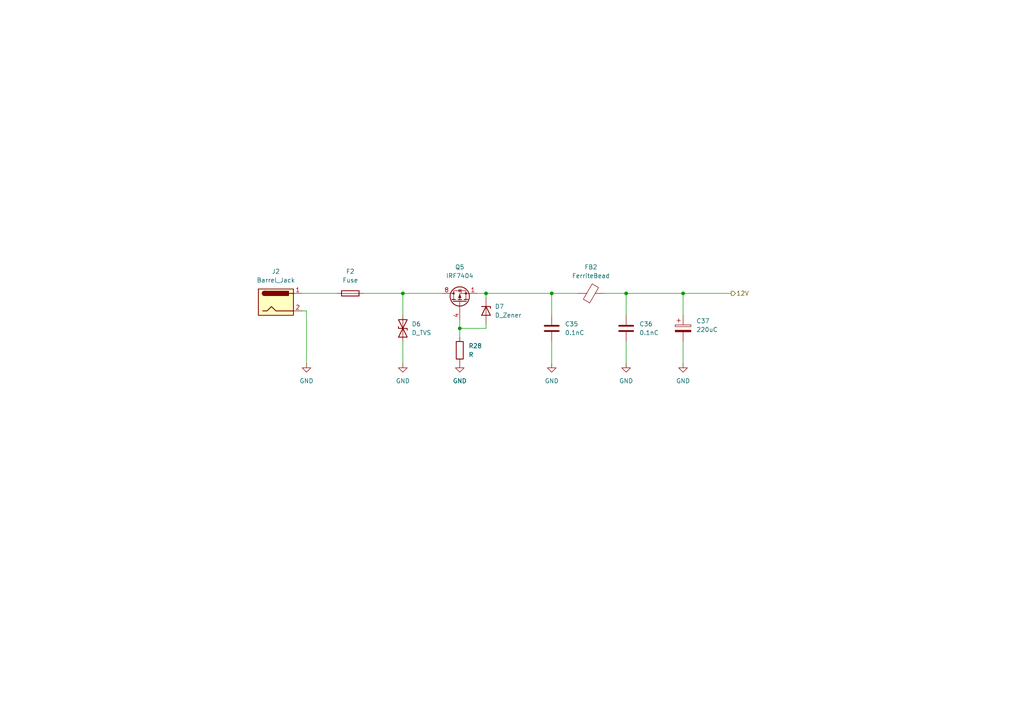
<source format=kicad_sch>
(kicad_sch (version 20211123) (generator eeschema)
  (paper "A4")
  (lib_symbols
    (symbol "Connector:Barrel_Jack" (pin_names (offset 1.016))
      (property "Reference" "J" (at 0 5.334 0))
      (property "Value" "Barrel_Jack" (at 0 -5.08 0))
      (symbol "Barrel_Jack_0_1"
        (rectangle (start -5.08 3.81) (end 5.08 -3.81) (stroke (width 0.254)) (fill (type background)))
        (arc (start -3.302 3.175) (mid -3.937 2.54) (end -3.302 1.905) (stroke (width 0.254)))
        (arc (start -3.302 3.175) (mid -3.937 2.54) (end -3.302 1.905) (stroke (width 0.254)) (fill (type outline)))
        (polyline (pts (xy 5.08 2.54) (xy 3.81 2.54)) (stroke (width 0.254)))
        (polyline (pts (xy -3.81 -2.54) (xy -2.54 -2.54) (xy -1.27 -1.27) (xy 0 -2.54) (xy 2.54 -2.54) (xy 5.08 -2.54)) (stroke (width 0.254)))
        (rectangle (start 3.683 3.175) (end -3.302 1.905) (stroke (width 0.254)) (fill (type outline)))
      )
      (symbol "Barrel_Jack_1_1"
        (pin passive line (at 7.62 2.54 180) (length 2.54) (name "~") (number "1"))
        (pin passive line (at 7.62 -2.54 180) (length 2.54) (name "~") (number "2"))
      )
    )
    (symbol "Device:C" (pin_numbers hide) (pin_names (offset 0.254))
      (property "Reference" "C" (at 0.635 2.54 0))
      (property "Value" "C" (at 0.635 -2.54 0))
      (symbol "C_0_1"
        (polyline (pts (xy -2.032 -0.762) (xy 2.032 -0.762)) (stroke (width 0.508)))
        (polyline (pts (xy -2.032 0.762) (xy 2.032 0.762)) (stroke (width 0.508)))
      )
      (symbol "C_1_1"
        (pin passive line (at 0 3.81 270) (length 2.794) (name "~") (number "1"))
        (pin passive line (at 0 -3.81 90) (length 2.794) (name "~") (number "2"))
      )
    )
    (symbol "Device:C_Polarized" (pin_numbers hide) (pin_names (offset 0.254))
      (property "Reference" "C" (at 0.635 2.54 0))
      (property "Value" "C_Polarized" (at 0.635 -2.54 0))
      (symbol "C_Polarized_0_1"
        (rectangle (start -2.286 0.508) (end 2.286 1.016))
        (polyline (pts (xy -1.778 2.286) (xy -0.762 2.286)))
        (polyline (pts (xy -1.27 2.794) (xy -1.27 1.778)))
        (rectangle (start 2.286 -0.508) (end -2.286 -1.016) (fill (type outline)))
      )
      (symbol "C_Polarized_1_1"
        (pin passive line (at 0 3.81 270) (length 2.794) (name "~") (number "1"))
        (pin passive line (at 0 -3.81 90) (length 2.794) (name "~") (number "2"))
      )
    )
    (symbol "Device:D_TVS" (pin_numbers hide) (pin_names (offset 1.016) hide)
      (property "Reference" "D" (at 0 2.54 0))
      (property "Value" "D_TVS" (at 0 -2.54 0))
      (symbol "D_TVS_0_1"
        (polyline (pts (xy 1.27 0) (xy -1.27 0)))
        (polyline (pts (xy 0.508 1.27) (xy 0 1.27) (xy 0 -1.27) (xy -0.508 -1.27)) (stroke (width 0.254)))
        (polyline (pts (xy -2.54 1.27) (xy -2.54 -1.27) (xy 2.54 1.27) (xy 2.54 -1.27) (xy -2.54 1.27)) (stroke (width 0.254)))
      )
      (symbol "D_TVS_1_1"
        (pin passive line (at -3.81 0 0) (length 2.54) (name "A1") (number "1"))
        (pin passive line (at 3.81 0 180) (length 2.54) (name "A2") (number "2"))
      )
    )
    (symbol "Device:D_Zener" (pin_numbers hide) (pin_names (offset 1.016) hide)
      (property "Reference" "D" (at 0 2.54 0))
      (property "Value" "D_Zener" (at 0 -2.54 0))
      (symbol "D_Zener_0_1"
        (polyline (pts (xy 1.27 0) (xy -1.27 0)))
        (polyline (pts (xy -1.27 -1.27) (xy -1.27 1.27) (xy -0.762 1.27)) (stroke (width 0.254)))
        (polyline (pts (xy 1.27 -1.27) (xy 1.27 1.27) (xy -1.27 0) (xy 1.27 -1.27)) (stroke (width 0.254)))
      )
      (symbol "D_Zener_1_1"
        (pin passive line (at -3.81 0 0) (length 2.54) (name "K") (number "1"))
        (pin passive line (at 3.81 0 180) (length 2.54) (name "A") (number "2"))
      )
    )
    (symbol "Device:FerriteBead" (pin_numbers hide) (pin_names (offset 0))
      (property "Reference" "FB" (at -3.81 0.635 90))
      (property "Value" "FerriteBead" (at 3.81 0 90))
      (symbol "FerriteBead_0_1"
        (polyline (pts (xy 0 -1.27) (xy 0 -1.2192)))
        (polyline (pts (xy 0 1.27) (xy 0 1.2954)))
        (polyline (pts (xy -2.7686 0.4064) (xy -1.7018 2.2606) (xy 2.7686 -0.3048) (xy 1.6764 -2.159) (xy -2.7686 0.4064)))
      )
      (symbol "FerriteBead_1_1"
        (pin passive line (at 0 3.81 270) (length 2.54) (name "~") (number "1"))
        (pin passive line (at 0 -3.81 90) (length 2.54) (name "~") (number "2"))
      )
    )
    (symbol "Device:Fuse" (pin_numbers hide) (pin_names (offset 0))
      (property "Reference" "F" (at 2.032 0 90))
      (property "Value" "Fuse" (at -1.905 0 90))
      (symbol "Fuse_0_1"
        (rectangle (start -0.762 -2.54) (end 0.762 2.54) (stroke (width 0.254)))
        (polyline (pts (xy 0 2.54) (xy 0 -2.54)))
      )
      (symbol "Fuse_1_1"
        (pin passive line (at 0 3.81 270) (length 1.27) (name "~") (number "1"))
        (pin passive line (at 0 -3.81 90) (length 1.27) (name "~") (number "2"))
      )
    )
    (symbol "Device:R" (pin_numbers hide) (pin_names (offset 0))
      (property "Reference" "R" (at 2.032 0 90))
      (property "Value" "R" (at 0 0 90))
      (symbol "R_0_1"
        (rectangle (start -1.016 -2.54) (end 1.016 2.54) (stroke (width 0.254)))
      )
      (symbol "R_1_1"
        (pin passive line (at 0 3.81 270) (length 1.27) (name "~") (number "1"))
        (pin passive line (at 0 -3.81 90) (length 1.27) (name "~") (number "2"))
      )
    )
    (symbol "Transistor_FET:IRF7404" (pin_names hide)
      (property "Reference" "Q" (at 5.08 1.905 0))
      (property "Value" "IRF7404" (at 5.08 0 0))
      (symbol "IRF7404_0_1"
        (polyline (pts (xy 0.254 0) (xy -2.54 0)))
        (polyline (pts (xy 0.254 1.905) (xy 0.254 -1.905)) (stroke (width 0.254)))
        (polyline (pts (xy 0.762 -1.27) (xy 0.762 -2.286)) (stroke (width 0.254)))
        (polyline (pts (xy 0.762 0.508) (xy 0.762 -0.508)) (stroke (width 0.254)))
        (polyline (pts (xy 0.762 2.286) (xy 0.762 1.27)) (stroke (width 0.254)))
        (polyline (pts (xy 2.54 2.54) (xy 2.54 1.778)))
        (polyline (pts (xy 2.54 -2.54) (xy 2.54 0) (xy 0.762 0)))
        (polyline (pts (xy 0.762 1.778) (xy 3.302 1.778) (xy 3.302 -1.778) (xy 0.762 -1.778)))
        (polyline (pts (xy 2.286 0) (xy 1.27 0.381) (xy 1.27 -0.381) (xy 2.286 0)) (fill (type outline)))
        (polyline (pts (xy 2.794 -0.508) (xy 2.921 -0.381) (xy 3.683 -0.381) (xy 3.81 -0.254)))
        (polyline (pts (xy 3.302 -0.381) (xy 2.921 0.254) (xy 3.683 0.254) (xy 3.302 -0.381)))
        (circle (center 1.651 0) (radius 2.794) (stroke (width 0.254)))
        (circle (center 2.54 -1.778) (radius 0.254) (fill (type outline)))
        (circle (center 2.54 1.778) (radius 0.254) (fill (type outline)))
      )
      (symbol "IRF7404_1_1"
        (pin passive line (at 2.54 -5.08 90) (length 2.54) (name "S") (number "1"))
        (pin passive line (at 2.54 -5.08 90) (length 2.54) hide (name "S") (number "2"))
        (pin passive line (at 2.54 -5.08 90) (length 2.54) hide (name "S") (number "3"))
        (pin passive line (at -5.08 0 0) (length 2.54) (name "G") (number "4"))
        (pin passive line (at 2.54 5.08 270) (length 2.54) hide (name "D") (number "5"))
        (pin passive line (at 2.54 5.08 270) (length 2.54) hide (name "D") (number "6"))
        (pin passive line (at 2.54 5.08 270) (length 2.54) hide (name "D") (number "7"))
        (pin passive line (at 2.54 5.08 270) (length 2.54) (name "D") (number "8"))
      )
    )
    (symbol "power:GND" (power) (pin_names (offset 0))
      (property "Value" "GND" (at 0 -3.81 0))
      (symbol "GND_0_1"
        (polyline (pts (xy 0 0) (xy 0 -1.27) (xy 1.27 -1.27) (xy 0 -2.54) (xy -1.27 -1.27) (xy 0 -1.27)))
      )
      (symbol "GND_1_1"
        (pin power_in line (at 0 0 270) (length 0) hide (name "GND") (number "1"))
      )
    )
  )
  (junction (at 116.84 85.09))
  (junction (at 198.12 85.09))
  (junction (at 181.61 85.09))
  (junction (at 140.97 85.09))
  (junction (at 133.35 95.25))
  (junction (at 160.02 85.09))
  (wire (pts (xy 116.84 85.09) (xy 128.27 85.09)))
  (wire (pts (xy 181.61 85.09) (xy 181.61 91.44)))
  (wire (pts (xy 116.84 99.06) (xy 116.84 105.41)))
  (wire (pts (xy 133.35 97.79) (xy 133.35 95.25)))
  (wire (pts (xy 138.43 85.09) (xy 140.97 85.09)))
  (wire (pts (xy 88.9 90.17) (xy 88.9 105.41)))
  (wire (pts (xy 116.84 85.09) (xy 116.84 91.44)))
  (wire (pts (xy 198.12 85.09) (xy 198.12 91.44)))
  (wire (pts (xy 140.97 85.09) (xy 160.02 85.09)))
  (wire (pts (xy 105.41 85.09) (xy 116.84 85.09)))
  (wire (pts (xy 181.61 99.06) (xy 181.61 105.41)))
  (wire (pts (xy 198.12 85.09) (xy 212.09 85.09)))
  (wire (pts (xy 140.97 85.09) (xy 140.97 86.36)))
  (wire (pts (xy 87.63 85.09) (xy 97.79 85.09)))
  (wire (pts (xy 175.26 85.09) (xy 181.61 85.09)))
  (wire (pts (xy 181.61 85.09) (xy 198.12 85.09)))
  (wire (pts (xy 87.63 90.17) (xy 88.9 90.17)))
  (wire (pts (xy 198.12 99.06) (xy 198.12 105.41)))
  (wire (pts (xy 160.02 99.06) (xy 160.02 105.41)))
  (wire (pts (xy 140.97 93.98) (xy 140.97 95.25)))
  (wire (pts (xy 133.35 95.25) (xy 140.97 95.25)))
  (wire (pts (xy 160.02 85.09) (xy 160.02 91.44)))
  (wire (pts (xy 133.35 95.25) (xy 133.35 92.71)))
  (wire (pts (xy 160.02 85.09) (xy 167.64 85.09)))
  (hierarchical_label "12V" (shape output) (at 212.09 85.09 0))
  (symbol (lib_id "Device:FerriteBead") (at 171.45 85.09 90) (unit 1)
    (property "Reference" "FB2" (at 171.3992 77.47 90))
    (property "Value" "FerriteBead" (at 171.3992 80.01 90))
    (property "Footprint" "Inductor_SMD:L_1806_4516Metric_Pad1.45x1.90mm_HandSolder" (effects hide))
    (property "Manufacturer Part Number" "BLM41PG600SN1L" (effects hide))
  )
  (symbol (lib_id "Device:D_TVS") (at 116.84 95.25 90) (unit 1)
    (property "Reference" "D6" (at 119.38 93.9799 90) (effects (justify right)))
    (property "Value" "D_TVS" (at 119.38 96.5199 90) (effects (justify right)))
    (property "Footprint" "Diode_SMD:D_SMA" (effects hide))
    (property "Manufacturer Part Number" "SMAJ28CA" (effects hide))
  )
  (symbol (lib_id "Transistor_FET:IRF7404") (at 133.35 87.63 90) (unit 1)
    (property "Reference" "Q5" (at 133.35 77.47 90))
    (property "Value" "IRF7404" (at 133.35 80.01 90))
    (property "Footprint" "Package_SO:SOIC-8_3.9x4.9mm_P1.27mm" (effects hide))
    (property "Datasheet" "http://www.infineon.com/dgdl/irf7404.pdf?fileId=5546d462533600a4015355fa2b5b1b9e" (effects hide))
    (property "Manufacturer Part Number" "DMP3037LSS-13" (effects hide))
  )
  (symbol (lib_id "power:GND") (at 88.9 105.41 0) (unit 1)
    (property "Reference" "#PWR060" (effects hide))
    (property "Value" "GND" (at 88.9 110.49 0))
  )
  (symbol (lib_id "power:GND") (at 116.84 105.41 0) (unit 1)
    (property "Reference" "#PWR061" (effects hide))
    (property "Value" "GND" (at 116.84 110.49 0))
  )
  (symbol (lib_id "power:GND") (at 133.35 105.41 0) (unit 1)
    (property "Reference" "#PWR062" (effects hide))
    (property "Value" "GND" (at 133.35 110.49 0))
  )
  (symbol (lib_id "power:GND") (at 181.61 105.41 0) (unit 1)
    (property "Reference" "#PWR064" (effects hide))
    (property "Value" "GND" (at 181.61 110.49 0))
  )
  (symbol (lib_id "Device:D_Zener") (at 140.97 90.17 270) (unit 1)
    (property "Reference" "D7" (at 143.51 88.8999 90) (effects (justify left)))
    (property "Value" "D_Zener" (at 143.51 91.4399 90) (effects (justify left)))
    (property "Manufacturer Part Number" "PDZ16BGWJ" (effects hide))
  )
  (symbol (lib_id "power:GND") (at 160.02 105.41 0) (unit 1)
    (property "Reference" "#PWR063" (effects hide))
    (property "Value" "GND" (at 160.02 110.49 0))
  )
  (symbol (lib_id "Device:Fuse") (at 101.6 85.09 90) (unit 1)
    (property "Reference" "F2" (at 101.6 78.74 90))
    (property "Value" "Fuse" (at 101.6 81.28 90))
  )
  (symbol (lib_id "Connector:Barrel_Jack") (at 80.01 87.63 0) (unit 1)
    (property "Reference" "J2" (at 80.01 78.74 0))
    (property "Value" "Barrel_Jack" (at 80.01 81.28 0))
    (property "Datasheet" "https://datasheet.lcsc.com/lcsc/2110111230_XKB-Connectivity-DC-042C-W-2-5_C480371.pdf" (effects hide))
    (property "Manufacturer Part Number" "DC-042C-W-2.5" (effects hide))
  )
  (symbol (lib_id "power:GND") (at 198.12 105.41 0) (unit 1)
    (property "Reference" "#PWR065" (effects hide))
    (property "Value" "GND" (at 198.12 110.49 0))
  )
  (symbol (lib_id "Device:C") (at 160.02 95.25 0) (unit 1)
    (property "Reference" "C35" (at 163.83 93.9799 0) (effects (justify left)))
    (property "Value" "0.1nC" (at 163.83 96.5199 0) (effects (justify left)))
    (property "Footprint" "Capacitor_SMD:C_0805_2012Metric_Pad1.18x1.45mm_HandSolder" (effects hide))
  )
  (symbol (lib_id "Device:R") (at 133.35 101.6 0) (unit 1)
    (property "Reference" "R28" (at 135.89 100.3299 0) (effects (justify left)))
    (property "Value" "R" (at 135.89 102.8699 0) (effects (justify left)))
    (property "Footprint" "Resistor_SMD:R_0805_2012Metric_Pad1.20x1.40mm_HandSolder" (effects hide))
    (property "Manufacturer Part Number" "RC0402FR-0747KL" (effects hide))
  )
  (symbol (lib_id "Device:C_Polarized") (at 198.12 95.25 0) (unit 1)
    (property "Reference" "C37" (at 201.93 93.0909 0) (effects (justify left)))
    (property "Value" "220uC" (at 201.93 95.6309 0) (effects (justify left)))
    (property "Footprint" "Capacitor_THT:CP_Radial_D8.0mm_P3.50mm" (effects hide))
    (property "Datasheet" "https://datasheet.lcsc.com/lcsc/1912111437_Rubycon-25YXF220MEFC8X11-5_C368593.pdf" (effects hide))
    (property "Manufacturer Part Number" "25YXF220MEFC8X11.5" (effects hide))
  )
  (symbol (lib_id "Device:C") (at 181.61 95.25 0) (unit 1)
    (property "Reference" "C36" (at 185.42 93.9799 0) (effects (justify left)))
    (property "Value" "0.1nC" (at 185.42 96.5199 0) (effects (justify left)))
    (property "Footprint" "Capacitor_SMD:C_0805_2012Metric_Pad1.18x1.45mm_HandSolder" (effects hide))
  )
)
</source>
